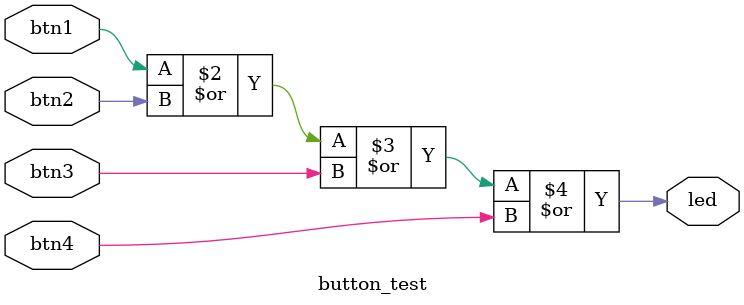
<source format=sv>
`default_nettype none
module button_test(
    input  logic btn1,
    input  logic btn2,
    input  logic btn3,
    input  logic btn4,
    output logic led
);

    always_comb begin
        // LED turns on when *any* button is pressed
        led = btn1 | btn2 | btn3 | btn4;
    end

endmodule

</source>
